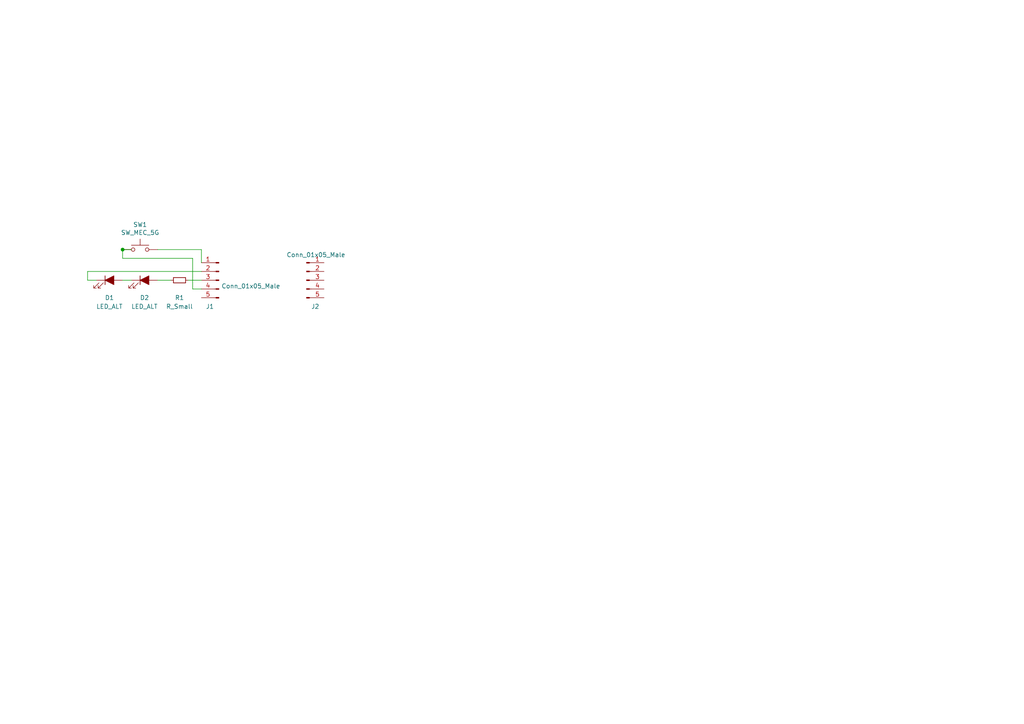
<source format=kicad_sch>
(kicad_sch (version 20211123) (generator eeschema)
  (paper "A4")
  (lib_symbols
    (symbol "Connector:Conn_01x05_Male" (pin_names (offset 1.016) hide)
      (property "Reference" "J" (at 0 7.62 0))
      (property "Value" "Conn_01x05_Male" (at 0 -7.62 0))
      (symbol "Conn_01x05_Male_1_1"
        (polyline (pts (xy 1.27 -5.08) (xy 0.8636 -5.08)) (stroke (width 0.1524)))
        (polyline (pts (xy 1.27 -2.54) (xy 0.8636 -2.54)) (stroke (width 0.1524)))
        (polyline (pts (xy 1.27 0) (xy 0.8636 0)) (stroke (width 0.1524)))
        (polyline (pts (xy 1.27 2.54) (xy 0.8636 2.54)) (stroke (width 0.1524)))
        (polyline (pts (xy 1.27 5.08) (xy 0.8636 5.08)) (stroke (width 0.1524)))
        (rectangle (start 0.8636 -4.953) (end 0 -5.207) (stroke (width 0.1524)) (fill (type outline)))
        (rectangle (start 0.8636 -2.413) (end 0 -2.667) (stroke (width 0.1524)) (fill (type outline)))
        (rectangle (start 0.8636 0.127) (end 0 -0.127) (stroke (width 0.1524)) (fill (type outline)))
        (rectangle (start 0.8636 2.667) (end 0 2.413) (stroke (width 0.1524)) (fill (type outline)))
        (rectangle (start 0.8636 5.207) (end 0 4.953) (stroke (width 0.1524)) (fill (type outline)))
        (pin passive line (at 5.08 5.08 180) (length 3.81) (name "Pin_1") (number "1"))
        (pin passive line (at 5.08 2.54 180) (length 3.81) (name "Pin_2") (number "2"))
        (pin passive line (at 5.08 0 180) (length 3.81) (name "Pin_3") (number "3"))
        (pin passive line (at 5.08 -2.54 180) (length 3.81) (name "Pin_4") (number "4"))
        (pin passive line (at 5.08 -5.08 180) (length 3.81) (name "Pin_5") (number "5"))
      )
    )
    (symbol "Device:LED_ALT" (pin_numbers hide) (pin_names (offset 1.016) hide)
      (property "Reference" "D" (at 0 2.54 0))
      (property "Value" "Device_LED_ALT" (at 0 -2.54 0))
      (symbol "LED_ALT_0_1"
        (polyline (pts (xy -1.27 -1.27) (xy -1.27 1.27)) (stroke (width 0.2032)))
        (polyline (pts (xy -1.27 0) (xy 1.27 0)))
        (polyline (pts (xy 1.27 -1.27) (xy 1.27 1.27) (xy -1.27 0) (xy 1.27 -1.27)) (stroke (width 0.2032)) (fill (type outline)))
        (polyline (pts (xy -3.048 -0.762) (xy -4.572 -2.286) (xy -3.81 -2.286) (xy -4.572 -2.286) (xy -4.572 -1.524)))
        (polyline (pts (xy -1.778 -0.762) (xy -3.302 -2.286) (xy -2.54 -2.286) (xy -3.302 -2.286) (xy -3.302 -1.524)))
      )
      (symbol "LED_ALT_1_1"
        (pin passive line (at -3.81 0 0) (length 2.54) (name "K") (number "1"))
        (pin passive line (at 3.81 0 180) (length 2.54) (name "A") (number "2"))
      )
    )
    (symbol "Device:R_Small" (pin_numbers hide) (pin_names (offset 0.254) hide)
      (property "Reference" "R" (at 0.762 0.508 0))
      (property "Value" "R_Small" (at 0.762 -1.016 0))
      (symbol "R_Small_0_1"
        (rectangle (start -0.762 1.778) (end 0.762 -1.778) (stroke (width 0.2032)))
      )
      (symbol "R_Small_1_1"
        (pin passive line (at 0 2.54 270) (length 0.762) (name "~") (number "1"))
        (pin passive line (at 0 -2.54 90) (length 0.762) (name "~") (number "2"))
      )
    )
    (symbol "Switch:SW_MEC_5G" (pin_numbers hide) (pin_names (offset 1.016) hide)
      (property "Reference" "SW" (at 1.27 2.54 0))
      (property "Value" "SW_MEC_5G" (at 0 -1.524 0))
      (symbol "SW_MEC_5G_0_1"
        (circle (center -2.032 0) (radius 0.508))
        (polyline (pts (xy 0 1.27) (xy 0 3.048)))
        (polyline (pts (xy 2.54 1.27) (xy -2.54 1.27)))
        (circle (center 2.032 0) (radius 0.508))
        (pin passive line (at -5.08 0 0) (length 2.54) (name "A") (number "1"))
        (pin passive line (at 5.08 0 180) (length 2.54) (name "B") (number "3"))
      )
      (symbol "SW_MEC_5G_1_1"
        (pin passive line (at -5.08 0 0) (length 2.54) hide (name "A") (number "2"))
        (pin passive line (at 5.08 0 180) (length 2.54) hide (name "B") (number "4"))
      )
    )
  )
  (junction (at 35.56 72.39))
  (wire (pts (xy 55.88 83.82) (xy 55.88 74.93)))
  (wire (pts (xy 35.56 72.39) (xy 38.1 72.39)))
  (wire (pts (xy 35.56 74.93) (xy 35.56 72.39)))
  (wire (pts (xy 45.72 81.28) (xy 49.53 81.28)))
  (wire (pts (xy 58.42 78.74) (xy 25.4 78.74)))
  (wire (pts (xy 54.61 81.28) (xy 58.42 81.28)))
  (wire (pts (xy 58.42 83.82) (xy 55.88 83.82)))
  (wire (pts (xy 58.42 72.39) (xy 58.42 76.2)))
  (wire (pts (xy 25.4 78.74) (xy 25.4 81.28)))
  (wire (pts (xy 25.4 81.28) (xy 27.94 81.28)))
  (wire (pts (xy 55.88 74.93) (xy 35.56 74.93)))
  (wire (pts (xy 45.72 72.39) (xy 58.42 72.39)))
  (wire (pts (xy 35.56 81.28) (xy 38.1 81.28)))
  (symbol (lib_id "Connector:Conn_01x05_Male") (at 63.5 81.28 0) (mirror y) (unit 1)
    (property "Reference" "J1" (at 59.69 88.9 0) (effects (justify right)))
    (property "Value" "Conn_01x05_Male" (at 64.2112 82.9818 0) (effects (justify right)))
    (property "Footprint" "Connector_PinHeader_2.54mm:PinHeader_1x05_P2.54mm_Vertical" (effects hide))
  )
  (symbol (lib_id "Connector:Conn_01x05_Male") (at 88.9 81.28 0) (unit 1)
    (property "Reference" "J2" (at 91.44 88.9 0))
    (property "Value" "Conn_01x05_Male" (at 91.6432 73.914 0))
    (property "Footprint" "Connector_PinHeader_2.54mm:PinHeader_1x05_P2.54mm_Vertical" (effects hide))
  )
  (symbol (lib_id "Device:LED_ALT") (at 41.91 81.28 0) (unit 1)
    (property "Reference" "D2" (at 41.91 86.36 0))
    (property "Value" "LED_ALT" (at 41.91 88.9 0))
    (property "Footprint" "LED_THT:LED_D5.0mm" (effects hide))
  )
  (symbol (lib_id "Device:LED_ALT") (at 31.75 81.28 0) (unit 1)
    (property "Reference" "D1" (at 31.75 86.36 0))
    (property "Value" "LED_ALT" (at 31.75 88.9 0))
    (property "Footprint" "LED_THT:LED_D5.0mm" (effects hide))
  )
  (symbol (lib_id "Device:R_Small") (at 52.07 81.28 270) (unit 1)
    (property "Reference" "R1" (at 52.07 86.36 90))
    (property "Value" "R_Small" (at 52.07 88.9 90))
    (property "Footprint" "Resistor_THT:R_Axial_DIN0204_L3.6mm_D1.6mm_P5.08mm_Horizontal" (effects hide))
  )
  (symbol (lib_id "Switch:SW_MEC_5G") (at 40.64 72.39 0) (unit 1)
    (property "Reference" "SW1" (at 40.64 65.151 0))
    (property "Value" "SW_MEC_5G" (at 40.64 67.4624 0))
    (property "Footprint" "Button_Switch_THT:SW_TH_Tactile_Omron_B3F-10xx" (effects hide))
    (property "Datasheet" "http://www.apem.com/int/index.php?controller=attachment&id_attachment=488" (effects hide))
  )
)
</source>
